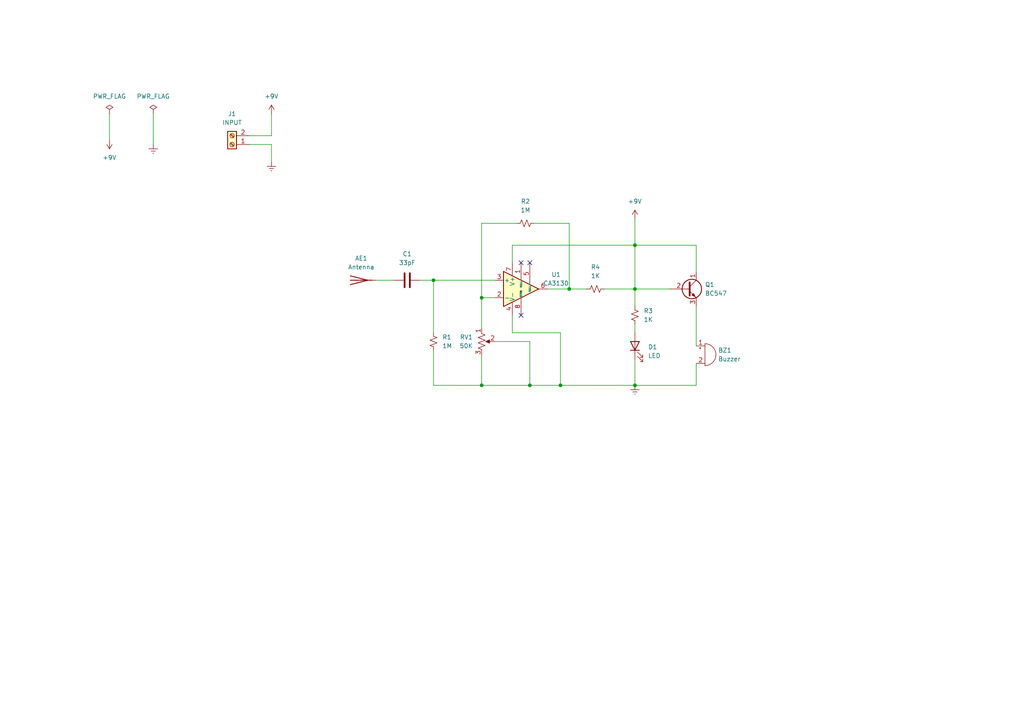
<source format=kicad_sch>
(kicad_sch (version 20230121) (generator eeschema)
  (paper "A4")
  (lib_symbols
    (symbol "Amplifier_Operational:CA3130" (pin_names (offset 0.127))
      (property "Reference" "U" (at 6.35 5.08 0))
      (property "Value" "CA3130" (at 6.35 2.54 0))
      (symbol "CA3130_0_1"
        (polyline (pts (xy -5.08 5.08) (xy 5.08 0) (xy -5.08 -5.08) (xy -5.08 5.08)) (stroke (width 0.254)) (fill (type background)))
      )
      (symbol "CA3130_1_1"
        (pin passive line (at 0 7.62 270) (length 5.08) (name "NULL") (number "1"))
        (pin input line (at -7.62 -2.54 0) (length 2.54) (name "-") (number "2"))
        (pin input line (at -7.62 2.54 0) (length 2.54) (name "+") (number "3"))
        (pin power_in line (at -2.54 -7.62 90) (length 3.81) (name "V-") (number "4"))
        (pin passive line (at 2.54 7.62 270) (length 6.35) (name "NULL") (number "5"))
        (pin output line (at 7.62 0 180) (length 2.54) (name "~") (number "6"))
        (pin power_in line (at -2.54 7.62 270) (length 3.81) (name "V+") (number "7"))
        (pin passive line (at 0 -7.62 90) (length 5.08) (name "STRB") (number "8"))
      )
    )
    (symbol "Connector:Screw_Terminal_01x02" (pin_names (offset 1.016) hide)
      (property "Reference" "J" (at 0 2.54 0))
      (property "Value" "Screw_Terminal_01x02" (at 0 -5.08 0))
      (symbol "Screw_Terminal_01x02_1_1"
        (rectangle (start -1.27 1.27) (end 1.27 -3.81) (stroke (width 0.254)) (fill (type background)))
        (circle (center 0 -2.54) (radius 0.635) (stroke (width 0.1524)))
        (polyline (pts (xy -0.5334 -2.2098) (xy 0.3302 -3.048)) (stroke (width 0.1524)))
        (polyline (pts (xy -0.5334 0.3302) (xy 0.3302 -0.508)) (stroke (width 0.1524)))
        (polyline (pts (xy -0.3556 -2.032) (xy 0.508 -2.8702)) (stroke (width 0.1524)))
        (polyline (pts (xy -0.3556 0.508) (xy 0.508 -0.3302)) (stroke (width 0.1524)))
        (circle (center 0 0) (radius 0.635) (stroke (width 0.1524)))
        (pin passive line (at -5.08 0 0) (length 3.81) (name "Pin_1") (number "1"))
        (pin passive line (at -5.08 -2.54 0) (length 3.81) (name "Pin_2") (number "2"))
      )
    )
    (symbol "Device:Antenna" (pin_numbers hide) (pin_names (offset 1.016) hide)
      (property "Reference" "AE" (at -1.905 1.905 0))
      (property "Value" "Antenna" (at -1.905 0 0))
      (symbol "Antenna_0_1"
        (polyline (pts (xy 0 2.54) (xy 0 -3.81)) (stroke (width 0.254)))
        (polyline (pts (xy 1.27 2.54) (xy 0 -2.54) (xy -1.27 2.54)) (stroke (width 0.254)))
      )
      (symbol "Antenna_1_1"
        (pin input line (at 0 -5.08 90) (length 2.54) (name "A") (number "1"))
      )
    )
    (symbol "Device:Buzzer" (pin_names (offset 0.0254) hide)
      (property "Reference" "BZ" (at 3.81 1.27 0))
      (property "Value" "Buzzer" (at 3.81 -1.27 0))
      (symbol "Buzzer_0_1"
        (arc (start 0 -3.175) (mid 3.1612 0) (end 0 3.175))
        (polyline (pts (xy -1.651 1.905) (xy -1.143 1.905)))
        (polyline (pts (xy -1.397 2.159) (xy -1.397 1.651)))
        (polyline (pts (xy 0 3.175) (xy 0 -3.175)))
      )
      (symbol "Buzzer_1_1"
        (pin passive line (at -2.54 2.54 0) (length 2.54) (name "-") (number "1"))
        (pin passive line (at -2.54 -2.54 0) (length 2.54) (name "+") (number "2"))
      )
    )
    (symbol "Device:C" (pin_numbers hide) (pin_names (offset 0.254))
      (property "Reference" "C" (at 0.635 2.54 0))
      (property "Value" "C" (at 0.635 -2.54 0))
      (symbol "C_0_1"
        (polyline (pts (xy -2.032 -0.762) (xy 2.032 -0.762)) (stroke (width 0.508)))
        (polyline (pts (xy -2.032 0.762) (xy 2.032 0.762)) (stroke (width 0.508)))
      )
      (symbol "C_1_1"
        (pin passive line (at 0 3.81 270) (length 2.794) (name "~") (number "1"))
        (pin passive line (at 0 -3.81 90) (length 2.794) (name "~") (number "2"))
      )
    )
    (symbol "Device:LED" (pin_numbers hide) (pin_names (offset 1.016) hide)
      (property "Reference" "D" (at 0 2.54 0))
      (property "Value" "LED" (at 0 -2.54 0))
      (symbol "LED_0_1"
        (polyline (pts (xy -1.27 -1.27) (xy -1.27 1.27)) (stroke (width 0.254)))
        (polyline (pts (xy -1.27 0) (xy 1.27 0)))
        (polyline (pts (xy 1.27 -1.27) (xy 1.27 1.27) (xy -1.27 0) (xy 1.27 -1.27)) (stroke (width 0.254)))
        (polyline (pts (xy -3.048 -0.762) (xy -4.572 -2.286) (xy -3.81 -2.286) (xy -4.572 -2.286) (xy -4.572 -1.524)))
        (polyline (pts (xy -1.778 -0.762) (xy -3.302 -2.286) (xy -2.54 -2.286) (xy -3.302 -2.286) (xy -3.302 -1.524)))
      )
      (symbol "LED_1_1"
        (pin passive line (at -3.81 0 0) (length 2.54) (name "K") (number "1"))
        (pin passive line (at 3.81 0 180) (length 2.54) (name "A") (number "2"))
      )
    )
    (symbol "Device:R_Potentiometer_US" (pin_names (offset 1.016) hide)
      (property "Reference" "RV" (at -4.445 0 90))
      (property "Value" "R_Potentiometer_US" (at -2.54 0 90))
      (symbol "R_Potentiometer_US_0_1"
        (polyline (pts (xy 0 -2.286) (xy 0 -2.54)))
        (polyline (pts (xy 0 2.54) (xy 0 2.286)))
        (polyline (pts (xy 2.54 0) (xy 1.524 0)))
        (polyline (pts (xy 1.143 0) (xy 2.286 0.508) (xy 2.286 -0.508) (xy 1.143 0)) (fill (type outline)))
        (polyline (pts (xy 0 -0.762) (xy 1.016 -1.143) (xy 0 -1.524) (xy -1.016 -1.905) (xy 0 -2.286)))
        (polyline (pts (xy 0 0.762) (xy 1.016 0.381) (xy 0 0) (xy -1.016 -0.381) (xy 0 -0.762)))
        (polyline (pts (xy 0 2.286) (xy 1.016 1.905) (xy 0 1.524) (xy -1.016 1.143) (xy 0 0.762)))
      )
      (symbol "R_Potentiometer_US_1_1"
        (pin passive line (at 0 3.81 270) (length 1.27) (name "1") (number "1"))
        (pin passive line (at 3.81 0 180) (length 1.27) (name "2") (number "2"))
        (pin passive line (at 0 -3.81 90) (length 1.27) (name "3") (number "3"))
      )
    )
    (symbol "Device:R_Small_US" (pin_numbers hide) (pin_names (offset 0.254) hide)
      (property "Reference" "R" (at 0.762 0.508 0))
      (property "Value" "R_Small_US" (at 0.762 -1.016 0))
      (symbol "R_Small_US_1_1"
        (polyline (pts (xy 0 0) (xy 1.016 -0.381) (xy 0 -0.762) (xy -1.016 -1.143) (xy 0 -1.524)))
        (polyline (pts (xy 0 1.524) (xy 1.016 1.143) (xy 0 0.762) (xy -1.016 0.381) (xy 0 0)))
        (pin passive line (at 0 2.54 270) (length 1.016) (name "~") (number "1"))
        (pin passive line (at 0 -2.54 90) (length 1.016) (name "~") (number "2"))
      )
    )
    (symbol "Transistor_BJT:BC547" (pin_names (offset 0) hide)
      (property "Reference" "Q" (at 5.08 1.905 0))
      (property "Value" "BC547" (at 5.08 0 0))
      (symbol "BC547_0_1"
        (polyline (pts (xy 0 0) (xy 0.635 0)))
        (polyline (pts (xy 0.635 0.635) (xy 2.54 2.54)))
        (polyline (pts (xy 0.635 -0.635) (xy 2.54 -2.54) (xy 2.54 -2.54)))
        (polyline (pts (xy 0.635 1.905) (xy 0.635 -1.905) (xy 0.635 -1.905)) (stroke (width 0.508)))
        (polyline (pts (xy 1.27 -1.778) (xy 1.778 -1.27) (xy 2.286 -2.286) (xy 1.27 -1.778) (xy 1.27 -1.778)) (fill (type outline)))
        (circle (center 1.27 0) (radius 2.8194) (stroke (width 0.254)))
      )
      (symbol "BC547_1_1"
        (pin passive line (at 2.54 5.08 270) (length 2.54) (name "C") (number "1"))
        (pin input line (at -5.08 0 0) (length 5.08) (name "B") (number "2"))
        (pin passive line (at 2.54 -5.08 90) (length 2.54) (name "E") (number "3"))
      )
    )
    (symbol "power:+9V" (power) (pin_names (offset 0))
      (property "Value" "+9V" (at 0 3.556 0))
      (symbol "+9V_0_1"
        (polyline (pts (xy -0.762 1.27) (xy 0 2.54)))
        (polyline (pts (xy 0 0) (xy 0 2.54)))
        (polyline (pts (xy 0 2.54) (xy 0.762 1.27)))
      )
      (symbol "+9V_1_1"
        (pin power_in line (at 0 0 90) (length 0) hide (name "+9V") (number "1"))
      )
    )
    (symbol "power:Earth" (power) (pin_names (offset 0))
      (symbol "Earth_0_1"
        (polyline (pts (xy -0.635 -1.905) (xy 0.635 -1.905)))
        (polyline (pts (xy -0.127 -2.54) (xy 0.127 -2.54)))
        (polyline (pts (xy 0 -1.27) (xy 0 0)))
        (polyline (pts (xy 1.27 -1.27) (xy -1.27 -1.27)))
      )
      (symbol "Earth_1_1"
        (pin power_in line (at 0 0 270) (length 0) hide (name "Earth") (number "1"))
      )
    )
    (symbol "power:PWR_FLAG" (power) (pin_numbers hide) (pin_names (offset 0) hide)
      (property "Value" "PWR_FLAG" (at 0 3.81 0))
      (symbol "PWR_FLAG_0_0"
        (pin power_out line (at 0 0 90) (length 0) (name "pwr") (number "1"))
      )
      (symbol "PWR_FLAG_0_1"
        (polyline (pts (xy 0 0) (xy 0 1.27) (xy -1.016 1.905) (xy 0 2.54) (xy 1.016 1.905) (xy 0 1.27)))
      )
    )
  )
  (junction (at 139.7 86.36))
  (junction (at 184.15 111.76))
  (junction (at 139.7 111.76))
  (junction (at 165.1 83.82))
  (junction (at 125.73 81.28))
  (junction (at 153.67 111.76))
  (junction (at 162.56 111.76))
  (junction (at 184.15 71.12))
  (junction (at 184.15 83.82))
  (no_connect (at 151.13 91.44))
  (no_connect (at 151.13 76.2))
  (no_connect (at 153.67 76.2))
  (wire (pts (xy 148.59 96.52) (xy 162.56 96.52)))
  (wire (pts (xy 153.67 111.76) (xy 162.56 111.76)))
  (wire (pts (xy 162.56 96.52) (xy 162.56 111.76)))
  (wire (pts (xy 149.86 64.77) (xy 139.7 64.77)))
  (wire (pts (xy 139.7 102.87) (xy 139.7 111.76)))
  (wire (pts (xy 153.67 99.06) (xy 153.67 111.76)))
  (wire (pts (xy 125.73 81.28) (xy 143.51 81.28)))
  (wire (pts (xy 44.45 33.02) (xy 44.45 41.91)))
  (wire (pts (xy 162.56 111.76) (xy 184.15 111.76)))
  (wire (pts (xy 78.74 41.91) (xy 78.74 46.99)))
  (wire (pts (xy 148.59 71.12) (xy 184.15 71.12)))
  (wire (pts (xy 165.1 64.77) (xy 165.1 83.82)))
  (wire (pts (xy 154.94 64.77) (xy 165.1 64.77)))
  (wire (pts (xy 72.39 41.91) (xy 78.74 41.91)))
  (wire (pts (xy 78.74 39.37) (xy 72.39 39.37)))
  (wire (pts (xy 184.15 71.12) (xy 184.15 83.82)))
  (wire (pts (xy 158.75 83.82) (xy 165.1 83.82)))
  (wire (pts (xy 148.59 76.2) (xy 148.59 71.12)))
  (wire (pts (xy 165.1 83.82) (xy 170.18 83.82)))
  (wire (pts (xy 139.7 64.77) (xy 139.7 86.36)))
  (wire (pts (xy 143.51 99.06) (xy 153.67 99.06)))
  (wire (pts (xy 175.26 83.82) (xy 184.15 83.82)))
  (wire (pts (xy 201.93 88.9) (xy 201.93 100.33)))
  (wire (pts (xy 201.93 78.74) (xy 201.93 71.12)))
  (wire (pts (xy 31.75 33.02) (xy 31.75 40.64)))
  (wire (pts (xy 184.15 83.82) (xy 184.15 88.9)))
  (wire (pts (xy 125.73 111.76) (xy 139.7 111.76)))
  (wire (pts (xy 125.73 81.28) (xy 125.73 96.52)))
  (wire (pts (xy 148.59 91.44) (xy 148.59 96.52)))
  (wire (pts (xy 125.73 101.6) (xy 125.73 111.76)))
  (wire (pts (xy 109.22 81.28) (xy 114.3 81.28)))
  (wire (pts (xy 139.7 111.76) (xy 153.67 111.76)))
  (wire (pts (xy 121.92 81.28) (xy 125.73 81.28)))
  (wire (pts (xy 139.7 86.36) (xy 139.7 95.25)))
  (wire (pts (xy 201.93 105.41) (xy 201.93 111.76)))
  (wire (pts (xy 184.15 93.98) (xy 184.15 96.52)))
  (wire (pts (xy 184.15 83.82) (xy 194.31 83.82)))
  (wire (pts (xy 184.15 71.12) (xy 201.93 71.12)))
  (wire (pts (xy 78.74 33.02) (xy 78.74 39.37)))
  (wire (pts (xy 143.51 86.36) (xy 139.7 86.36)))
  (wire (pts (xy 184.15 63.5) (xy 184.15 71.12)))
  (wire (pts (xy 184.15 111.76) (xy 201.93 111.76)))
  (wire (pts (xy 184.15 104.14) (xy 184.15 111.76)))
  (symbol (lib_id "Device:R_Potentiometer_US") (at 139.7 99.06 0) (unit 1)
    (property "Reference" "RV1" (at 137.16 97.79 0) (effects (justify right)))
    (property "Value" "50K" (at 137.16 100.33 0) (effects (justify right)))
    (property "Footprint" "Potentiometer_THT:Potentiometer_Vishay_148-149_Single_Horizontal" (effects hide))
  )
  (symbol (lib_id "Transistor_BJT:BC547") (at 199.39 83.82 0) (unit 1)
    (property "Reference" "Q1" (at 204.47 82.55 0) (effects (justify left)))
    (property "Value" "BC547" (at 204.47 85.09 0) (effects (justify left)))
    (property "Footprint" "Package_TO_SOT_THT:TO-92_Inline" (effects hide))
    (property "Datasheet" "https://www.onsemi.com/pub/Collateral/BC550-D.pdf" (effects hide))
  )
  (symbol (lib_id "Device:R_Small_US") (at 152.4 64.77 90) (unit 1)
    (property "Reference" "R2" (at 152.4 58.42 90))
    (property "Value" "1M" (at 152.4 60.96 90))
    (property "Footprint" "Resistor_THT:R_Axial_DIN0309_L9.0mm_D3.2mm_P12.70mm_Horizontal" (effects hide))
  )
  (symbol (lib_id "Device:LED") (at 184.15 100.33 90) (unit 1)
    (property "Reference" "D1" (at 187.96 100.6475 90) (effects (justify right)))
    (property "Value" "LED" (at 187.96 103.1875 90) (effects (justify right)))
    (property "Footprint" "LED_THT:LED_D5.0mm" (effects hide))
  )
  (symbol (lib_id "Device:R_Small_US") (at 184.15 91.44 0) (unit 1)
    (property "Reference" "R3" (at 186.69 90.17 0) (effects (justify left)))
    (property "Value" "1K" (at 186.69 92.71 0) (effects (justify left)))
    (property "Footprint" "Resistor_THT:R_Axial_DIN0309_L9.0mm_D3.2mm_P12.70mm_Horizontal" (effects hide))
  )
  (symbol (lib_id "Device:Buzzer") (at 204.47 102.87 0) (unit 1)
    (property "Reference" "BZ1" (at 208.28 101.6 0) (effects (justify left)))
    (property "Value" "Buzzer" (at 208.28 104.14 0) (effects (justify left)))
    (property "Footprint" "Buzzer_Beeper:Buzzer_15x7.5RM7.6" (effects hide))
  )
  (symbol (lib_id "Device:R_Small_US") (at 125.73 99.06 0) (unit 1)
    (property "Reference" "R1" (at 128.27 97.79 0) (effects (justify left)))
    (property "Value" "1M" (at 128.27 100.33 0) (effects (justify left)))
    (property "Footprint" "Resistor_THT:R_Axial_DIN0309_L9.0mm_D3.2mm_P12.70mm_Horizontal" (effects hide))
  )
  (symbol (lib_id "Device:Antenna") (at 104.14 81.28 90) (unit 1)
    (property "Reference" "AE1" (at 104.775 74.93 90))
    (property "Value" "Antenna" (at 104.775 77.47 90))
    (property "Footprint" "TerminalBlock_MetzConnect:TerminalBlock_MetzConnect_360271_1x01_Horizontal_ScrewM3.0_Boxed" (effects hide))
  )
  (symbol (lib_id "Device:R_Small_US") (at 172.72 83.82 90) (unit 1)
    (property "Reference" "R4" (at 172.72 77.47 90))
    (property "Value" "1K" (at 172.72 80.01 90))
    (property "Footprint" "Resistor_THT:R_Axial_DIN0309_L9.0mm_D3.2mm_P12.70mm_Horizontal" (effects hide))
  )
  (symbol (lib_id "power:+9V") (at 184.15 63.5 0) (unit 1)
    (property "Reference" "#PWR02" (effects hide))
    (property "Value" "+9V" (at 184.15 58.42 0))
  )
  (symbol (lib_id "power:PWR_FLAG") (at 31.75 33.02 0) (unit 1)
    (property "Reference" "#FLG01" (effects hide))
    (property "Value" "PWR_FLAG" (at 31.75 27.94 0))
  )
  (symbol (lib_id "power:Earth") (at 44.45 41.91 0) (unit 1)
    (property "Reference" "#PWR03" (effects hide))
    (property "Value" "Earth" (effects hide))
  )
  (symbol (lib_id "power:+9V") (at 78.74 33.02 0) (unit 1)
    (property "Reference" "#PWR01" (effects hide))
    (property "Value" "+9V" (at 78.74 27.94 0))
  )
  (symbol (lib_id "power:+9V") (at 31.75 40.64 180) (unit 1)
    (property "Reference" "#PWR05" (effects hide))
    (property "Value" "+9V" (at 31.75 45.72 0))
  )
  (symbol (lib_id "Device:C") (at 118.11 81.28 90) (unit 1)
    (property "Reference" "C1" (at 118.11 73.66 90))
    (property "Value" "33pF" (at 118.11 76.2 90))
    (property "Footprint" "Capacitor_THT:C_Disc_D7.5mm_W5.0mm_P7.50mm" (effects hide))
  )
  (symbol (lib_id "power:Earth") (at 184.15 111.76 0) (unit 1)
    (property "Reference" "#PWR04" (effects hide))
    (property "Value" "Earth" (effects hide))
  )
  (symbol (lib_id "power:Earth") (at 78.74 46.99 0) (unit 1)
    (property "Reference" "#PWR06" (effects hide))
    (property "Value" "Earth" (effects hide))
  )
  (symbol (lib_id "Connector:Screw_Terminal_01x02") (at 67.31 41.91 180) (unit 1)
    (property "Reference" "J1" (at 67.31 33.02 0))
    (property "Value" "INPUT" (at 67.31 35.56 0))
    (property "Footprint" "TerminalBlock:TerminalBlock_bornier-2_P5.08mm" (effects hide))
  )
  (symbol (lib_id "Amplifier_Operational:CA3130") (at 151.13 83.82 0) (unit 1)
    (property "Reference" "U1" (at 161.29 79.6291 0))
    (property "Value" "CA3130" (at 161.29 82.1691 0))
    (property "Footprint" "Package_DIP:DIP-8_W7.62mm" (effects hide))
    (property "Datasheet" "http://www.intersil.com/content/dam/intersil/documents/ca31/ca3130-a.pdf" (effects hide))
  )
  (symbol (lib_id "power:PWR_FLAG") (at 44.45 33.02 0) (unit 1)
    (property "Reference" "#FLG02" (effects hide))
    (property "Value" "PWR_FLAG" (at 44.45 27.94 0))
  )
)
</source>
